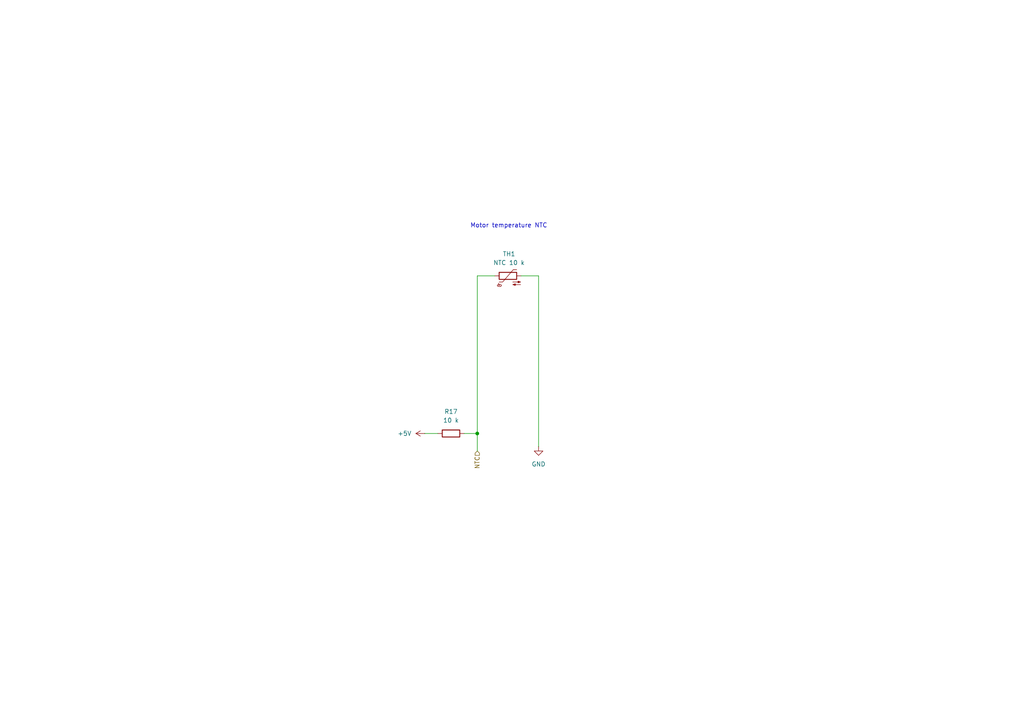
<source format=kicad_sch>
(kicad_sch (version 20250114) (generator "eeschema") (generator_version "9.0")
  (paper "A4")
  (title_block (title "Motor RPM controller - Motor temperature") (date "2025-09-01") (rev "1.0") (company "Michael Büsch <m@bues.ch>"))
  (lib_symbols
    (symbol "Device:R" (pin_numbers (hide yes)) (pin_names (offset 0))
      (property "Reference" "R" (at 2.032 0 90))
      (property "Value" "R" (at 0 0 90))
      (symbol "R_0_1"
        (rectangle (start -1.016 -2.54) (end 1.016 2.54) (stroke (width 0.254)))
      )
      (symbol "R_1_1"
        (pin passive line (at 0 3.81 270) (length 1.27) (name "~") (number "1"))
        (pin passive line (at 0 -3.81 90) (length 1.27) (name "~") (number "2"))
      )
    )
    (symbol "Device:Thermistor_NTC" (pin_numbers (hide yes)) (pin_names (offset 0))
      (property "Reference" "TH" (at -4.445 0 90))
      (property "Value" "Thermistor_NTC" (at 3.175 0 90))
      (symbol "Thermistor_NTC_0_1"
        (arc (start -3.175 2.413) (mid -3.0506 2.3165) (end -3.048 2.159))
        (arc (start -3.048 2.794) (mid -2.9736 2.9736) (end -2.794 3.048))
        (arc (start -2.794 3.048) (mid -2.6144 2.9736) (end -2.54 2.794))
        (arc (start -2.794 2.54) (mid -2.9736 2.6144) (end -3.048 2.794))
        (arc (start -2.794 1.905) (mid -2.9736 1.9794) (end -3.048 2.159))
        (arc (start -2.54 2.159) (mid -2.6144 1.9794) (end -2.794 1.905))
        (arc (start -2.159 2.794) (mid -2.434 2.5608) (end -2.794 2.54))
        (polyline (pts (xy -2.54 2.159) (xy -2.54 2.794)))
        (polyline (pts (xy -2.54 -3.683) (xy -2.54 -1.397) (xy -2.794 -2.159) (xy -2.286 -2.159) (xy -2.54 -1.397) (xy -2.54 -1.651)) (fill (type outline)))
        (polyline (pts (xy -1.778 2.54) (xy -1.778 1.524) (xy 1.778 -1.524) (xy 1.778 -2.54)))
        (polyline (pts (xy -1.778 -1.397) (xy -1.778 -3.683) (xy -2.032 -2.921) (xy -1.524 -2.921) (xy -1.778 -3.683) (xy -1.778 -3.429)) (fill (type outline)))
        (rectangle (start -1.016 2.54) (end 1.016 -2.54) (stroke (width 0.254)))
      )
      (symbol "Thermistor_NTC_1_1"
        (pin passive line (at 0 3.81 270) (length 1.27) (name "~") (number "1"))
        (pin passive line (at 0 -3.81 90) (length 1.27) (name "~") (number "2"))
      )
    )
    (symbol "power:+5V" (power) (pin_numbers (hide yes)) (pin_names (offset 0) (hide yes))
      (property "Value" "+5V" (at 0 3.556 0))
      (symbol "+5V_0_1"
        (polyline (pts (xy -0.762 1.27) (xy 0 2.54)))
        (polyline (pts (xy 0 2.54) (xy 0.762 1.27)))
        (polyline (pts (xy 0 0) (xy 0 2.54)))
      )
      (symbol "+5V_1_1"
        (pin power_in line (at 0 0 90) (length 0) (name "~") (number "1"))
      )
    )
    (symbol "power:GND" (power) (pin_numbers (hide yes)) (pin_names (offset 0) (hide yes))
      (property "Value" "GND" (at 0 -3.81 0))
      (symbol "GND_0_1"
        (polyline (pts (xy 0 0) (xy 0 -1.27) (xy 1.27 -1.27) (xy 0 -2.54) (xy -1.27 -1.27) (xy 0 -1.27)))
      )
      (symbol "GND_1_1"
        (pin power_in line (at 0 0 270) (length 0) (name "~") (number "1"))
      )
    )
  )
  (text "Motor temperature NTC" (at 147.574 65.532 0) (effects (font (size 1.27 1.27))))
  (junction (at 138.43 125.73))
  (wire (pts (xy 138.43 80.01) (xy 143.51 80.01)))
  (wire (pts (xy 138.43 125.73) (xy 138.43 130.81)))
  (wire (pts (xy 123.19 125.73) (xy 127 125.73)))
  (wire (pts (xy 151.13 80.01) (xy 156.21 80.01)))
  (wire (pts (xy 156.21 80.01) (xy 156.21 129.54)))
  (wire (pts (xy 138.43 80.01) (xy 138.43 125.73)))
  (wire (pts (xy 134.62 125.73) (xy 138.43 125.73)))
  (hierarchical_label "NTC" (shape input) (at 138.43 130.81 270))
  (symbol (lib_id "power:+5V") (at 123.19 125.73 90) (unit 1)
    (property "Reference" "#PWR018" (effects (hide yes)))
    (property "Value" "+5V" (at 119.38 125.7299 90) (effects (justify left)))
    (property "Description" "Power symbol creates a global label with name \"+5V\"" (effects (hide yes)))
  )
  (symbol (lib_id "power:GND") (at 156.21 129.54 0) (unit 1)
    (property "Reference" "#PWR019" (effects (hide yes)))
    (property "Value" "GND" (at 156.21 134.62 0))
    (property "Description" "Power symbol creates a global label with name \"GND\" , ground" (effects (hide yes)))
  )
  (symbol (lib_id "Device:Thermistor_NTC") (at 147.32 80.01 90) (unit 1)
    (property "Reference" "TH1" (at 147.6375 73.66 90))
    (property "Value" "NTC 10 k" (at 147.6375 76.2 90))
    (property "Description" "Temperature dependent resistor, negative temperature coefficient" (effects (hide yes)))
  )
  (symbol (lib_id "Device:R") (at 130.81 125.73 270) (unit 1)
    (property "Reference" "R17" (at 130.81 119.38 90))
    (property "Value" "10 k" (at 130.81 121.92 90))
    (property "Description" "Resistor" (effects (hide yes)))
  )
)
</source>
